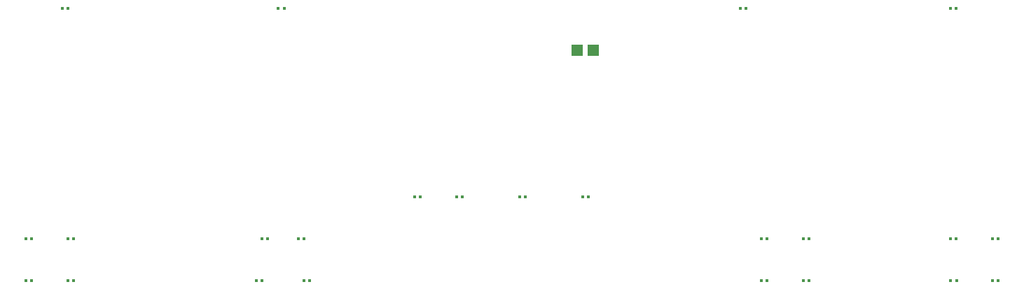
<source format=gbr>
%TF.GenerationSoftware,KiCad,Pcbnew,7.0.10*%
%TF.CreationDate,2024-03-24T23:27:10+02:00*%
%TF.ProjectId,Sensing_Subsystem_Group_8,53656e73-696e-4675-9f53-756273797374,rev?*%
%TF.SameCoordinates,Original*%
%TF.FileFunction,Paste,Top*%
%TF.FilePolarity,Positive*%
%FSLAX46Y46*%
G04 Gerber Fmt 4.6, Leading zero omitted, Abs format (unit mm)*
G04 Created by KiCad (PCBNEW 7.0.10) date 2024-03-24 23:27:10*
%MOMM*%
%LPD*%
G01*
G04 APERTURE LIST*
G04 Aperture macros list*
%AMRoundRect*
0 Rectangle with rounded corners*
0 $1 Rounding radius*
0 $2 $3 $4 $5 $6 $7 $8 $9 X,Y pos of 4 corners*
0 Add a 4 corners polygon primitive as box body*
4,1,4,$2,$3,$4,$5,$6,$7,$8,$9,$2,$3,0*
0 Add four circle primitives for the rounded corners*
1,1,$1+$1,$2,$3*
1,1,$1+$1,$4,$5*
1,1,$1+$1,$6,$7*
1,1,$1+$1,$8,$9*
0 Add four rect primitives between the rounded corners*
20,1,$1+$1,$2,$3,$4,$5,0*
20,1,$1+$1,$4,$5,$6,$7,0*
20,1,$1+$1,$6,$7,$8,$9,0*
20,1,$1+$1,$8,$9,$2,$3,0*%
G04 Aperture macros list end*
%ADD10R,1.410008X1.350013*%
%ADD11RoundRect,0.079500X-0.079500X-0.100500X0.079500X-0.100500X0.079500X0.100500X-0.079500X0.100500X0*%
%ADD12RoundRect,0.079500X0.079500X0.100500X-0.079500X0.100500X-0.079500X-0.100500X0.079500X-0.100500X0*%
G04 APERTURE END LIST*
D10*
%TO.C,C1*%
X150400000Y-88900000D03*
X152400000Y-88900000D03*
%TD*%
D11*
%TO.C,R28*%
X195555000Y-83820000D03*
X196245000Y-83820000D03*
%TD*%
%TO.C,R27*%
X200635000Y-111760000D03*
X201325000Y-111760000D03*
%TD*%
%TO.C,R26*%
X195555000Y-111760000D03*
X196245000Y-111760000D03*
%TD*%
%TO.C,R25*%
X200635000Y-116840000D03*
X201325000Y-116840000D03*
%TD*%
%TO.C,R24*%
X195580000Y-116840000D03*
X196270000Y-116840000D03*
%TD*%
%TO.C,R22*%
X151100000Y-106680000D03*
X151790000Y-106680000D03*
%TD*%
%TO.C,R21*%
X143480000Y-106680000D03*
X144170000Y-106680000D03*
%TD*%
%TO.C,R20*%
X130780000Y-106680000D03*
X131470000Y-106680000D03*
%TD*%
%TO.C,R19*%
X135860000Y-106680000D03*
X136550000Y-106680000D03*
%TD*%
%TO.C,R17*%
X170155000Y-83820000D03*
X170845000Y-83820000D03*
%TD*%
%TO.C,R16*%
X177775000Y-111760000D03*
X178465000Y-111760000D03*
%TD*%
%TO.C,R15*%
X172695000Y-111760000D03*
X173385000Y-111760000D03*
%TD*%
%TO.C,R14*%
X177775000Y-116840000D03*
X178465000Y-116840000D03*
%TD*%
%TO.C,R13*%
X172695000Y-116840000D03*
X173385000Y-116840000D03*
%TD*%
%TO.C,R11*%
X114300000Y-83820000D03*
X114990000Y-83820000D03*
%TD*%
%TO.C,R10*%
X116725000Y-111760000D03*
X117415000Y-111760000D03*
%TD*%
%TO.C,R9*%
X112310000Y-111760000D03*
X113000000Y-111760000D03*
%TD*%
%TO.C,R8*%
X117390000Y-116840000D03*
X118080000Y-116840000D03*
%TD*%
%TO.C,R7*%
X111670000Y-116840000D03*
X112360000Y-116840000D03*
%TD*%
D12*
%TO.C,R6*%
X89530000Y-111760000D03*
X88840000Y-111760000D03*
%TD*%
D11*
%TO.C,R5*%
X88840000Y-116840000D03*
X89530000Y-116840000D03*
%TD*%
%TO.C,R4*%
X83760000Y-111760000D03*
X84450000Y-111760000D03*
%TD*%
D12*
%TO.C,R3*%
X84450000Y-116840000D03*
X83760000Y-116840000D03*
%TD*%
D11*
%TO.C,R1*%
X88210000Y-83820000D03*
X88900000Y-83820000D03*
%TD*%
M02*

</source>
